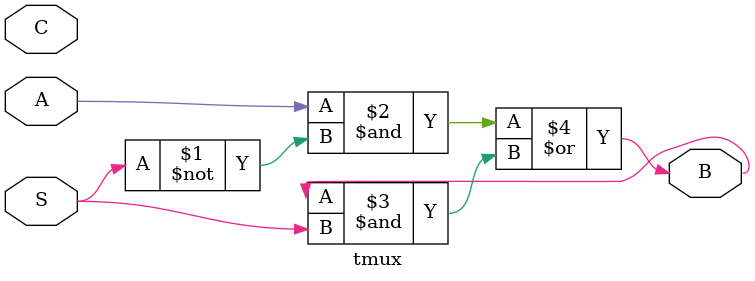
<source format=v>
module tmux(A,B,C,S);
	input A,C,S;
	output B;
	
		assign B = ((A&~S)|(B&S));
		
endmodule 
</source>
